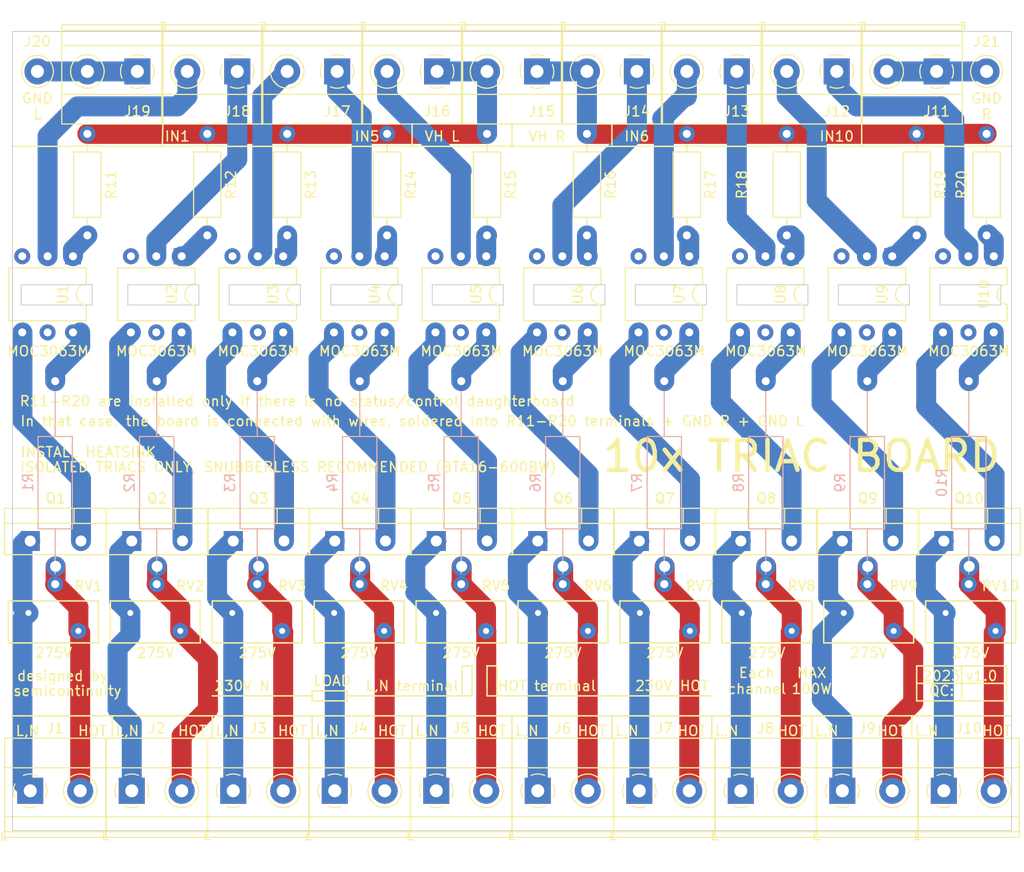
<source format=kicad_pcb>
(kicad_pcb (version 20211014) (generator pcbnew)
  (layers (0 "F.Cu" signal) (31 "B.Cu" signal) (34 "B.Paste" user) (35 "F.Paste" user) (36 "B.SilkS" user "B.Silkscreen") (37 "F.SilkS" user "F.Silkscreen") (38 "B.Mask" user) (39 "F.Mask" user) (44 "Edge.Cuts" user))
  (net 0 "")
  (net 1 "Net-(J1-Pad1)")
  (net 2 "Net-(J1-Pad2)")
  (net 3 "Net-(J2-Pad1)")
  (net 4 "Net-(J2-Pad2)")
  (net 5 "Net-(Q1-Pad3)")
  (net 6 "Net-(Q2-Pad3)")
  (net 7 "Net-(R1-Pad1)")
  (net 8 "Net-(R2-Pad1)")
  (net 13 "Net-(J3-Pad1)")
  (net 14 "Net-(J3-Pad2)")
  (net 15 "Net-(J4-Pad1)")
  (net 16 "Net-(J4-Pad2)")
  (net 17 "Net-(Q3-Pad3)")
  (net 18 "Net-(Q4-Pad3)")
  (net 19 "Net-(R3-Pad1)")
  (net 20 "Net-(R4-Pad1)")
  (net 25 "Net-(J5-Pad1)")
  (net 26 "Net-(J5-Pad2)")
  (net 27 "Net-(J6-Pad1)")
  (net 28 "Net-(J6-Pad2)")
  (net 29 "Net-(Q5-Pad3)")
  (net 30 "Net-(Q6-Pad3)")
  (net 31 "Net-(R5-Pad1)")
  (net 32 "Net-(R6-Pad1)")
  (net 37 "Net-(J7-Pad1)")
  (net 38 "Net-(J7-Pad2)")
  (net 39 "Net-(J8-Pad1)")
  (net 40 "Net-(J8-Pad2)")
  (net 41 "Net-(Q7-Pad3)")
  (net 42 "Net-(Q8-Pad3)")
  (net 43 "Net-(R7-Pad1)")
  (net 44 "Net-(R8-Pad1)")
  (net 49 "Net-(J9-Pad1)")
  (net 50 "Net-(J9-Pad2)")
  (net 51 "Net-(J10-Pad1)")
  (net 52 "Net-(J10-Pad2)")
  (net 53 "Net-(Q9-Pad3)")
  (net 54 "Net-(Q10-Pad3)")
  (net 55 "Net-(R9-Pad1)")
  (net 56 "Net-(R10-Pad1)")
  (net 61 "Net-(R11-Pad2)")
  (net 62 "Net-(R15-Pad2)")
  (net 63 "Net-(R12-Pad2)")
  (net 64 "Net-(R13-Pad2)")
  (net 65 "Net-(R14-Pad2)")
  (net 66 "Net-(R16-Pad2)")
  (net 67 "Net-(R17-Pad2)")
  (net 68 "Net-(R20-Pad2)")
  (net 69 "Net-(R18-Pad2)")
  (net 70 "Net-(R19-Pad2)")
  (net 71 "/IN2")
  (net 72 "/IN1")
  (net 73 "/VH_L")
  (net 74 "/VH_R")
  (net 75 "/GND_R")
  (net 76 "/IN10")
  (net 77 "/IN9")
  (net 78 "/IN8")
  (net 79 "/IN7")
  (net 80 "/IN6")
  (net 81 "/IN5")
  (net 82 "/IN4")
  (net 83 "/IN3")
  (net 84 "/GND_L")
  (footprint "TerminalBlock_Phoenix:TerminalBlock_Phoenix_MKDS-1,5-2_1x02_P5.00mm_Horizontal" (layer "F.Cu") (at 161.94 136)
    (fp_text reference "J2")
    (fp_text value "Screw_Terminal_01x02" hide)
  )
  (footprint "triac-board:TO-220-3_Vertical_Staggered" (layer "F.Cu") (at 212.74 111)
    (fp_text reference "Q7")
    (fp_text value "BTA16-600BW" hide)
  )
  (footprint "triac-board:TO-220-3_Vertical_Staggered" (layer "F.Cu") (at 161.94 111)
    (fp_text reference "Q2")
    (fp_text value "BTA16-600BW" hide)
  )
  (footprint "Resistor_THT:R_Axial_DIN0207_L6.3mm_D2.5mm_P10.16mm_Horizontal" (layer "F.Cu") (at 227.5 70.25 -90)
    (fp_text reference "R18")
    (fp_text value "1k2")
  )
  (footprint "Varistor:RV_Disc_D9mm_W4.2mm_P5mm" (layer "F.Cu") (at 166.8 120 180)
    (fp_text reference "RV2")
    (fp_text value "275V")
  )
  (footprint "Resistor_THT:R_Axial_DIN0207_L6.3mm_D2.5mm_P10.16mm_Horizontal" (layer "F.Cu") (at 247.5 70.25 -90)
    (fp_text reference "R20")
    (fp_text value "1k2")
  )
  (footprint "Package_DIP:DIP-6_W7.62mm" (layer "F.Cu") (at 207.58 82.5 -90)
    (fp_text reference "U6")
    (fp_text value "MOC3063M")
  )
  (footprint "Resistor_THT:R_Axial_DIN0207_L6.3mm_D2.5mm_P10.16mm_Horizontal" (layer "F.Cu") (at 217.5 70.25 -90)
    (fp_text reference "R17")
    (fp_text value "1k2")
  )
  (footprint "Package_DIP:DIP-6_W7.62mm" (layer "F.Cu") (at 197.42 82.5 -90)
    (fp_text reference "U5")
    (fp_text value "MOC3063M")
  )
  (footprint "TerminalBlock_Phoenix:TerminalBlock_Phoenix_MKDS-1,5-2_1x02_P5.00mm_Horizontal" (layer "F.Cu") (at 182.5 64 180)
    (fp_text reference "J17")
    (fp_text value "Screw_Terminal_01x02" hide)
  )
  (footprint "Package_DIP:DIP-6_W7.62mm" (layer "F.Cu") (at 238.06 82.5 -90)
    (fp_text reference "U9")
    (fp_text value "MOC3063M")
  )
  (footprint "TerminalBlock_Phoenix:TerminalBlock_Phoenix_MKDS-1,5-2_1x02_P5.00mm_Horizontal" (layer "F.Cu") (at 172.5 64 180)
    (fp_text reference "J18")
    (fp_text value "Screw_Terminal_01x02" hide)
  )
  (footprint "Varistor:RV_Disc_D9mm_W4.2mm_P5mm" (layer "F.Cu") (at 197.4 120 180)
    (fp_text reference "RV5")
    (fp_text value "275V")
  )
  (footprint "Resistor_THT:R_Axial_DIN0207_L6.3mm_D2.5mm_P10.16mm_Horizontal" (layer "F.Cu") (at 169.5 70.25 -90)
    (fp_text reference "R12")
    (fp_text value "1k2")
  )
  (footprint "Package_DIP:DIP-6_W7.62mm" (layer "F.Cu") (at 177.1 82.5 -90)
    (fp_text reference "U3")
    (fp_text value "MOC3063M")
  )
  (footprint "Resistor_THT:R_Axial_DIN0207_L6.3mm_D2.5mm_P10.16mm_Horizontal" (layer "F.Cu") (at 177.5 70.25 -90)
    (fp_text reference "R13")
    (fp_text value "1k2")
  )
  (footprint "Resistor_THT:R_Axial_DIN0207_L6.3mm_D2.5mm_P10.16mm_Horizontal" (layer "F.Cu") (at 240.5 70.25 -90)
    (fp_text reference "R19")
    (fp_text value "1k2")
  )
  (footprint "Resistor_THT:R_Axial_DIN0207_L6.3mm_D2.5mm_P10.16mm_Horizontal" (layer "F.Cu") (at 187.5 70.25 -90)
    (fp_text reference "R14")
    (fp_text value "1k2")
  )
  (footprint "Package_DIP:DIP-6_W7.62mm" (layer "F.Cu") (at 227.9 82.5 -90)
    (fp_text reference "U8")
    (fp_text value "MOC3063M")
  )
  (footprint "Resistor_THT:R_Axial_DIN0207_L6.3mm_D2.5mm_P10.16mm_Horizontal" (layer "F.Cu") (at 157.5 70.25 -90)
    (fp_text reference "R11")
    (fp_text value "1k2")
  )
  (footprint "TerminalBlock_Phoenix:TerminalBlock_Phoenix_MKDS-1,5-2_1x02_P5.00mm_Horizontal" (layer "F.Cu") (at 212.74 136)
    (fp_text reference "J7")
    (fp_text value "Screw_Terminal_01x02" hide)
  )
  (footprint "TerminalBlock_Phoenix:TerminalBlock_Phoenix_MKDS-1,5-2_1x02_P5.00mm_Horizontal" (layer "F.Cu") (at 212.5 64 180)
    (fp_text reference "J14")
    (fp_text value "Screw_Terminal_01x02" hide)
  )
  (footprint "TerminalBlock_Phoenix:TerminalBlock_Phoenix_MKDS-1,5-2_1x02_P5.00mm_Horizontal" (layer "F.Cu") (at 243.22 136)
    (fp_text reference "J10")
    (fp_text value "Screw_Terminal_01x02" hide)
  )
  (footprint "TerminalBlock_Phoenix:TerminalBlock_Phoenix_MKDS-1,5-2_1x02_P5.00mm_Horizontal" (layer "F.Cu") (at 151.78 136)
    (fp_text reference "J1")
    (fp_text value "Screw_Terminal_01x02" hide)
  )
  (footprint "TerminalBlock_Phoenix:TerminalBlock_Phoenix_MKDS-1,5-2_1x02_P5.00mm_Horizontal" (layer "F.Cu") (at 192.5 64 180)
    (fp_text reference "J16")
    (fp_text value "Screw_Terminal_01x02" hide)
  )
  (footprint "triac-board:TO-220-3_Vertical_Staggered" (layer "F.Cu") (at 182.26 111)
    (fp_text reference "Q4")
    (fp_text value "BTA16-600BW" hide)
  )
  (footprint "Varistor:RV_Disc_D9mm_W4.2mm_P5mm" (layer "F.Cu") (at 228 120 180)
    (fp_text reference "RV8")
    (fp_text value "275V")
  )
  (footprint "Resistor_THT:R_Axial_DIN0207_L6.3mm_D2.5mm_P10.16mm_Horizontal" (layer "F.Cu") (at 207.5 70.25 -90)
    (fp_text reference "R16")
    (fp_text value "1k2")
  )
  (footprint "MountingHole:MountingHole_3.2mm_M3" (layer "F.Cu") (at 235.75 75)
    (fp_text reference "H4" hide)
    (fp_text value "MountingHole" hide)
  )
  (footprint "TerminalBlock_Phoenix:TerminalBlock_Phoenix_MKDS-1,5-2_1x02_P5.00mm_Horizontal" (layer "F.Cu") (at 242.5 64 180)
    (fp_text reference "J11")
    (fp_text value "Screw_Terminal_01x02" hide)
  )
  (footprint "TerminalBlock_Phoenix:TerminalBlock_Phoenix_MKDS-1,5-2_1x02_P5.00mm_Horizontal" (layer "F.Cu") (at 233.06 136)
    (fp_text reference "J9")
    (fp_text value "Screw_Terminal_01x02" hide)
  )
  (footprint "triac-board:TO-220-3_Vertical_Staggered" (layer "F.Cu") (at 233.06 111)
    (fp_text reference "Q9")
    (fp_text value "BTA16-600BW" hide)
  )
  (footprint "triac-board:TO-220-3_Vertical_Staggered" (layer "F.Cu") (at 222.9 111)
    (fp_text reference "Q8")
    (fp_text value "BTA16-600BW" hide)
  )
  (footprint "Resistor_THT:R_Axial_DIN0207_L6.3mm_D2.5mm_P10.16mm_Horizontal" (layer "F.Cu") (at 197.5 70.25 -90)
    (fp_text reference "R15")
    (fp_text value "1k2")
  )
  (footprint "Varistor:RV_Disc_D9mm_W4.2mm_P5mm" (layer "F.Cu") (at 248.4 120 180)
    (fp_text reference "RV10")
    (fp_text value "275V")
  )
  (footprint "Package_DIP:DIP-6_W7.62mm" (layer "F.Cu") (at 187.26 82.5 -90)
    (fp_text reference "U4")
    (fp_text value "MOC3063M")
  )
  (footprint "triac-board:TO-220-3_Vertical_Staggered" (layer "F.Cu") (at 192.42 111)
    (fp_text reference "Q5")
    (fp_text value "BTA16-600BW" hide)
  )
  (footprint "TerminalBlock_Phoenix:TerminalBlock_Phoenix_MKDS-1,5-2_1x02_P5.00mm_Horizontal" (layer "F.Cu") (at 162.5 64 180)
    (fp_text reference "J19")
    (fp_text value "Screw_Terminal_01x02" hide)
  )
  (footprint "Connector_Pin:Pin_D1.3mm_L11.0mm" (layer "F.Cu") (at 247.5 64)
    (fp_text reference "J21")
    (fp_text value "Conn_01x01_Male" hide)
  )
  (footprint "Package_DIP:DIP-6_W7.62mm" (layer "F.Cu") (at 248.22 82.5 -90)
    (fp_text reference "U10")
    (fp_text value "MOC3063M")
  )
  (footprint "MountingHole:MountingHole_3.2mm_M3" (layer "F.Cu") (at 235.75 125)
    (fp_text reference "H2" hide)
    (fp_text value "MountingHole" hide)
  )
  (footprint "Varistor:RV_Disc_D9mm_W4.2mm_P5mm" (layer "F.Cu") (at 187.2 120 180)
    (fp_text reference "RV4")
    (fp_text value "275V")
  )
  (footprint "triac-board:TO-220-3_Vertical_Staggered" (layer "F.Cu") (at 151.78 111)
    (fp_text reference "Q1")
    (fp_text value "BTA16-600BW" hide)
  )
  (footprint "Package_DIP:DIP-6_W7.62mm" (layer "F.Cu") (at 156.06 82.5 -90)
    (fp_text reference "U1")
    (fp_text value "MOC3063M")
  )
  (footprint "TerminalBlock_Phoenix:TerminalBlock_Phoenix_MKDS-1,5-2_1x02_P5.00mm_Horizontal" (layer "F.Cu") (at 192.42 136)
    (fp_text reference "J5")
    (fp_text value "Screw_Terminal_01x02" hide)
  )
  (footprint "Connector_Pin:Pin_D1.3mm_L11.0mm" (layer "F.Cu") (at 152.5 64)
    (fp_text reference "J20")
    (fp_text value "Conn_01x01_Male" hide)
  )
  (footprint "Package_DIP:DIP-6_W7.62mm" (layer "F.Cu") (at 217.74 82.5 -90)
    (fp_text reference "U7")
    (fp_text value "MOC3063M")
  )
  (footprint "Varistor:RV_Disc_D9mm_W4.2mm_P5mm" (layer "F.Cu") (at 156.6 120 180)
    (fp_text reference "RV1")
    (fp_text value "275V")
  )
  (footprint "TerminalBlock_Phoenix:TerminalBlock_Phoenix_MKDS-1,5-2_1x02_P5.00mm_Horizontal" (layer "F.Cu") (at 202.58 136)
    (fp_text reference "J6")
    (fp_text value "Screw_Terminal_01x02" hide)
  )
  (footprint "TerminalBlock_Phoenix:TerminalBlock_Phoenix_MKDS-1,5-2_1x02_P5.00mm_Horizontal" (layer "F.Cu") (at 182.26 136)
    (fp_text reference "J4")
    (fp_text value "Screw_Terminal_01x02" hide)
  )
  (footprint "MountingHole:MountingHole_3.2mm_M3" (layer "F.Cu") (at 164.25 125)
    (fp_text reference "H1" hide)
    (fp_text value "MountingHole" hide)
  )
  (footprint "TerminalBlock_Phoenix:TerminalBlock_Phoenix_MKDS-1,5-2_1x02_P5.00mm_Horizontal" (layer "F.Cu") (at 172.1 136)
    (fp_text reference "J3")
    (fp_text value "Screw_Terminal_01x02" hide)
  )
  (footprint "Package_DIP:DIP-6_W7.62mm" (layer "F.Cu") (at 166.94 82.5 -90)
    (fp_text reference "U2")
    (fp_text value "MOC3063M")
  )
  (footprint "Varistor:RV_Disc_D9mm_W4.2mm_P5mm" (layer "F.Cu") (at 177 120 180)
    (fp_text reference "RV3")
    (fp_text value "275V")
  )
  (footprint "Varistor:RV_Disc_D9mm_W4.2mm_P5mm" (layer "F.Cu") (at 207.6 120 180)
    (fp_text reference "RV6")
    (fp_text value "275V")
  )
  (footprint "triac-board:TO-220-3_Vertical_Staggered" (layer "F.Cu") (at 172.1 111)
    (fp_text reference "Q3")
    (fp_text value "BTA16-600BW" hide)
  )
  (footprint "TerminalBlock_Phoenix:TerminalBlock_Phoenix_MKDS-1,5-2_1x02_P5.00mm_Horizontal" (layer "F.Cu") (at 232.5 64 180)
    (fp_text reference "J12")
    (fp_text value "Screw_Terminal_01x02" hide)
  )
  (footprint "triac-board:TO-220-3_Vertical_Staggered" (layer "F.Cu") (at 243.22 111)
    (fp_text reference "Q10")
    (fp_text value "BTA16-600BW" hide)
  )
  (footprint "Varistor:RV_Disc_D9mm_W4.2mm_P5mm" (layer "F.Cu") (at 217.8 120 180)
    (fp_text reference "RV7")
    (fp_text value "275V")
  )
  (footprint "TerminalBlock_Phoenix:TerminalBlock_Phoenix_MKDS-1,5-2_1x02_P5.00mm_Horizontal" (layer "F.Cu") (at 222.5 64 180)
    (fp_text reference "J13")
    (fp_text value "Screw_Terminal_01x02" hide)
  )
  (footprint "Varistor:RV_Disc_D9mm_W4.2mm_P5mm" (layer "F.Cu") (at 238.2 120 180)
    (fp_text reference "RV9")
    (fp_text value "275V")
  )
  (footprint "TerminalBlock_Phoenix:TerminalBlock_Phoenix_MKDS-1,5-2_1x02_P5.00mm_Horizontal" (layer "F.Cu") (at 222.9 136)
    (fp_text reference "J8")
    (fp_text value "Screw_Terminal_01x02" hide)
  )
  (footprint "MountingHole:MountingHole_3.2mm_M3" (layer "F.Cu") (at 164.25 75)
    (fp_text reference "H3" hide)
    (fp_text value "MountingHole" hide)
  )
  (footprint "TerminalBlock_Phoenix:TerminalBlock_Phoenix_MKDS-1,5-2_1x02_P5.00mm_Horizontal" (layer "F.Cu") (at 202.5 64 180)
    (fp_text reference "J15")
    (fp_text value "Screw_Terminal_01x02" hide)
  )
  (footprint "triac-board:TO-220-3_Vertical_Staggered" (layer "F.Cu") (at 202.58 111)
    (fp_text reference "Q6")
    (fp_text value "BTA16-600BW" hide)
  )
  (footprint "Resistor_THT:R_Axial_DIN0309_L9.0mm_D3.2mm_P20.32mm_Horizontal" (layer "B.Cu") (at 245.72 95 -90)
    (fp_text reference "R10")
    (fp_text value "360 0.5W")
  )
  (footprint "Resistor_THT:R_Axial_DIN0309_L9.0mm_D3.2mm_P20.32mm_Horizontal" (layer "B.Cu") (at 194.92 95 -90)
    (fp_text reference "R5")
    (fp_text value "360 0.5W")
  )
  (footprint "Resistor_THT:R_Axial_DIN0309_L9.0mm_D3.2mm_P20.32mm_Horizontal" (layer "B.Cu") (at 174.5 95 -90)
    (fp_text reference "R3")
    (fp_text value "360 0.5W")
  )
  (footprint "Resistor_THT:R_Axial_DIN0309_L9.0mm_D3.2mm_P20.32mm_Horizontal" (layer "B.Cu") (at 164.44 95 -90)
    (fp_text reference "R2")
    (fp_text value "360 0.5W")
  )
  (footprint "Resistor_THT:R_Axial_DIN0309_L9.0mm_D3.2mm_P20.32mm_Horizontal" (layer "B.Cu") (at 215.24 95 -90)
    (fp_text reference "R7")
    (fp_text value "360 0.5W")
  )
  (footprint "Resistor_THT:R_Axial_DIN0309_L9.0mm_D3.2mm_P20.32mm_Horizontal" (layer "B.Cu") (at 154.28 95 -90)
    (fp_text reference "R1")
    (fp_text value "360 0.5W")
  )
  (footprint "Resistor_THT:R_Axial_DIN0309_L9.0mm_D3.2mm_P20.32mm_Horizontal" (layer "B.Cu") (at 205.08 95 -90)
    (fp_text reference "R6")
    (fp_text value "360 0.5W")
  )
  (footprint "Resistor_THT:R_Axial_DIN0309_L9.0mm_D3.2mm_P20.32mm_Horizontal" (layer "B.Cu") (at 225.4 95 -90)
    (fp_text reference "R8")
    (fp_text value "360 0.5W")
  )
  (footprint "Resistor_THT:R_Axial_DIN0309_L9.0mm_D3.2mm_P20.32mm_Horizontal" (layer "B.Cu") (at 235.56 95 -90)
    (fp_text reference "R9")
    (fp_text value "360 0.5W")
  )
  (footprint "Resistor_THT:R_Axial_DIN0309_L9.0mm_D3.2mm_P20.32mm_Horizontal" (layer "B.Cu") (at 184.76 95 -90)
    (fp_text reference "R4")
    (fp_text value "360 0.5W")
  )
  (gr_line (start 230 128.5) (end 230 130.7) (layer "F.SilkS") (width 0.15))
  (gr_line (start 197.5 123.5) (end 197.5 126.5) (layer "F.SilkS") (width 0.15))
  (gr_line (start 183.5 126.5) (end 195 126.5) (layer "F.SilkS") (width 0.15))
  (gr_line (start 240.5 125.25) (end 249.5 125.25) (layer "F.SilkS") (width 0.15))
  (gr_line (start 180 126) (end 180 127) (layer "F.SilkS") (width 0.15))
  (gr_line (start 195 126.5) (end 196 126.5) (layer "F.SilkS") (width 0.15))
  (gr_line (start 183.5 126) (end 180 126) (layer "F.SilkS") (width 0.15))
  (gr_line (start 170 128.5) (end 170 130.7) (layer "F.SilkS") (width 0.15))
  (gr_line (start 210 69.261) (end 210 71.5) (layer "F.SilkS") (width 0.15))
  (gr_line (start 198.5 123.5) (end 198.5 125.5) (layer "F.SilkS") (width 0.15))
  (gr_line (start 240 128.5) (end 240 130.7) (layer "F.SilkS") (width 0.15))
  (gr_line (start 197.5 126.5) (end 198.5 126.5) (layer "F.SilkS") (width 0.15))
  (gr_line (start 170 126.5) (end 180 126.5) (layer "F.SilkS") (width 0.15))
  (gr_line (start 190 71.5) (end 250 71.5) (layer "F.SilkS") (width 0.15))
  (gr_line (start 190 71.5) (end 190 69.261) (layer "F.SilkS") (width 0.15))
  (gr_line (start 165.06 69.261) (end 165 71.5) (layer "F.SilkS") (width 0.15))
  (gr_line (start 197.5 123.5) (end 198.5 123.5) (layer "F.SilkS") (width 0.15))
  (gr_line (start 196 123.5) (end 195 123.5) (layer "F.SilkS") (width 0.15))
  (gr_line (start 195 126.5) (end 195 125.5) (layer "F.SilkS") (width 0.15))
  (gr_line (start 198.5 126.5) (end 210 126.5) (layer "F.SilkS") (width 0.15))
  (gr_line (start 210 128.5) (end 210 130.7) (layer "F.SilkS") (width 0.15))
  (gr_line (start 249.5 127) (end 240.5 127) (layer "F.SilkS") (width 0.15))
  (gr_line (start 190 128.5) (end 190 130.7) (layer "F.SilkS") (width 0.15))
  (gr_line (start 196 126.5) (end 196 123.5) (layer "F.SilkS") (width 0.15))
  (gr_line (start 180 127) (end 183.5 127) (layer "F.SilkS") (width 0.15))
  (gr_line (start 200 128.5) (end 200 131) (layer "F.SilkS") (width 0.15))
  (gr_line (start 210 126.5) (end 220 126.5) (layer "F.SilkS") (width 0.15))
  (gr_line (start 165 71.5) (end 190 71.5) (layer "F.SilkS") (width 0.15))
  (gr_line (start 250 128.5) (end 150 128.5) (layer "F.SilkS") (width 0.15))
  (gr_line (start 183.5 127) (end 183.5 126) (layer "F.SilkS") (width 0.15))
  (gr_line (start 220 128.5) (end 220 130.7) (layer "F.SilkS") (width 0.15))
  (gr_line (start 240.5 123.5) (end 240.5 127) (layer "F.SilkS") (width 0.15))
  (gr_line (start 195 123.5) (end 195 125.5) (layer "F.SilkS") (width 0.15))
  (gr_line (start 245 123.5) (end 245 127) (layer "F.SilkS") (width 0.15))
  (gr_line (start 249.5 123.5) (end 249.5 127) (layer "F.SilkS") (width 0.15))
  (gr_line (start 165 71.5) (end 150 71.5) (layer "F.SilkS") (width 0.15))
  (gr_line (start 180 128.5) (end 180 130.7) (layer "F.SilkS") (width 0.15))
  (gr_line (start 200 69.261) (end 200 71.5) (layer "F.SilkS") (width 0.15))
  (gr_line (start 198.5 125.5) (end 198.5 126.5) (layer "F.SilkS") (width 0.15))
  (gr_line (start 160 128.5) (end 160 130.7) (layer "F.SilkS") (width 0.15))
  (gr_line (start 240.5 123.5) (end 249.5 123.5) (layer "F.SilkS") (width 0.15))
  (gr_line (start 235 71.5) (end 235 69.261) (layer "F.SilkS") (width 0.15))
  (gr_line (start 178.816 85.344) (end 171.704 85.344) (layer "Edge.Cuts") (width 0.1))
  (gr_line (start 222.504 85.344) (end 222.504 87.376) (layer "Edge.Cuts") (width 0.1))
  (gr_line (start 171.704 85.344) (end 171.704 87.376) (layer "Edge.Cuts") (width 0.1))
  (gr_line (start 157.988 85.344) (end 150.876 85.344) (layer "Edge.Cuts") (width 0.1))
  (gr_line (start 168.656 87.376) (end 168.656 85.344) (layer "Edge.Cuts") (width 0.1))
  (gr_line (start 181.864 87.376) (end 188.976 87.376) (layer "Edge.Cuts") (width 0.1))
  (gr_line (start 248.92 85.344) (end 242.824 85.344) (layer "Edge.Cuts") (width 0.1))
  (gr_line (start 192.024 85.344) (end 192.024 87.376) (layer "Edge.Cuts") (width 0.1))
  (gr_line (start 219.456 85.344) (end 212.344 85.344) (layer "Edge.Cuts") (width 0.1))
  (gr_line (start 248.92 87.376) (end 248.92 85.344) (layer "Edge.Cuts") (width 0.1))
  (gr_line (start 199.136 85.344) (end 192.024 85.344) (layer "Edge.Cuts") (width 0.1))
  (gr_line (start 239.776 87.376) (end 239.776 85.344) (layer "Edge.Cuts") (width 0.1))
  (gr_line (start 150 140) (end 150 60) (layer "Edge.Cuts") (width 0.1))
  (gr_line (start 209.296 85.344) (end 209.296 87.376) (layer "Edge.Cuts") (width 0.1))
  (gr_line (start 178.816 87.376) (end 178.816 85.344) (layer "Edge.Cuts") (width 0.1))
  (gr_line (start 250 140) (end 250 60) (layer "Edge.Cuts") (width 0.1))
  (gr_line (start 192.024 87.376) (end 199.136 87.376) (layer "Edge.Cuts") (width 0.1))
  (gr_line (start 242.824 85.344) (end 242.824 87.376) (layer "Edge.Cuts") (width 0.1))
  (gr_line (start 181.864 85.344) (end 181.864 87.376) (layer "Edge.Cuts") (width 0.1))
  (gr_line (start 150 60) (end 250 60) (layer "Edge.Cuts") (width 0.1))
  (gr_line (start 150.876 85.344) (end 150.876 87.376) (layer "Edge.Cuts") (width 0.1))
  (gr_line (start 239.776 85.344) (end 232.664 85.344) (layer "Edge.Cuts") (width 0.1))
  (gr_line (start 232.664 87.376) (end 239.776 87.376) (layer "Edge.Cuts") (width 0.1))
  (gr_line (start 212.344 85.344) (end 212.344 87.376) (layer "Edge.Cuts") (width 0.1))
  (gr_line (start 161.544 85.344) (end 161.544 87.376) (layer "Edge.Cuts") (width 0.1))
  (gr_line (start 188.976 87.376) (end 188.976 85.344) (layer "Edge.Cuts") (width 0.1))
  (gr_line (start 209.296 87.376) (end 202.184 87.376) (layer "Edge.Cuts") (width 0.1))
  (gr_line (start 222.504 87.376) (end 229.616 87.376) (layer "Edge.Cuts") (width 0.1))
  (gr_line (start 232.664 85.344) (end 232.664 87.376) (layer "Edge.Cuts") (width 0.1))
  (gr_line (start 150.876 87.376) (end 157.988 87.376) (layer "Edge.Cuts") (width 0.1))
  (gr_line (start 171.704 87.376) (end 178.816 87.376) (layer "Edge.Cuts") (width 0.1))
  (gr_line (start 202.184 87.376) (end 202.184 85.344) (layer "Edge.Cuts") (width 0.1))
  (gr_line (start 229.616 87.376) (end 229.616 85.344) (layer "Edge.Cuts") (width 0.1))
  (gr_line (start 202.184 85.344) (end 209.296 85.344) (layer "Edge.Cuts") (width 0.1))
  (gr_line (start 199.136 87.376) (end 199.136 85.344) (layer "Edge.Cuts") (width 0.1))
  (gr_line (start 157.988 87.376) (end 157.988 85.344) (layer "Edge.Cuts") (width 0.1))
  (gr_line (start 219.456 87.376) (end 219.456 85.344) (layer "Edge.Cuts") (width 0.1))
  (gr_line (start 242.824 87.376) (end 248.92 87.376) (layer "Edge.Cuts") (width 0.1))
  (gr_line (start 212.344 87.376) (end 219.456 87.376) (layer "Edge.Cuts") (width 0.1))
  (gr_line (start 150 140) (end 250 140) (layer "Edge.Cuts") (width 0.1))
  (gr_line (start 229.616 85.344) (end 222.504 85.344) (layer "Edge.Cuts") (width 0.1))
  (gr_line (start 168.656 85.344) (end 161.544 85.344) (layer "Edge.Cuts") (width 0.1))
  (gr_line (start 161.544 87.376) (end 168.656 87.376) (layer "Edge.Cuts") (width 0.1))
  (gr_line (start 188.976 85.344) (end 181.864 85.344) (layer "Edge.Cuts") (width 0.1))
  (gr_text "L,N" (at 151.5 130) (layer "F.SilkS") (effects (font (size 1 1))))
  (gr_text "IN1" (at 166.5 70.5) (layer "F.SilkS") (effects (font (size 1 1))))
  (gr_text "L,N" (at 241.5 130) (layer "F.SilkS") (effects (font (size 1 1))))
  (gr_text "ISOLATED TRIACS ONLY, SNUBBERLESS RECOMMENDED (BTA16-600BW)" (at 177.6 103.6) (layer "F.SilkS") (effects (font (size 1 1))))
  (gr_text "HOT" (at 198 130) (layer "F.SilkS") (effects (font (size 1 1))))
  (gr_text "IN6" (at 212.5 70.5) (layer "F.SilkS") (effects (font (size 1 1))))
  (gr_text "HOT" (at 158 130) (layer "F.SilkS") (effects (font (size 1 1))))
  (gr_text "L,N" (at 221.5 130) (layer "F.SilkS") (effects (font (size 1 1))))
  (gr_text "IN5" (at 185.5 70.5) (layer "F.SilkS") (effects (font (size 1 1))))
  (gr_text "2023" (at 243 124.5) (layer "F.SilkS") (effects (font (size 1 1))))
  (gr_text "HOT" (at 248.5 130) (layer "F.SilkS") (effects (font (size 1 1))))
  (gr_text "INSTALL HEATSINK" (at 157.6 102.1) (layer "F.SilkS") (effects (font (size 1 1))))
  (gr_text "GND\nL" (at 152.5 67.5) (layer "F.SilkS") (effects (font (size 1 1))))
  (gr_text "HOT" (at 218 130) (layer "F.SilkS") (effects (font (size 1 1))))
  (gr_text "IN10" (at 232.5 70.5) (layer "F.SilkS") (effects (font (size 1 1))))
  (gr_text "semicontinuity" (at 155.5 126) (layer "F.SilkS") (effects (font (size 1 1))))
  (gr_text "230V HOT" (at 216 125.5) (layer "F.SilkS") (effects (font (size 1 1))))
  (gr_text "L,N terminal" (at 190 125.5) (layer "F.SilkS") (effects (font (size 1 1))))
  (gr_text "L,N" (at 161.5 130) (layer "F.SilkS") (effects (font (size 1 1))))
  (gr_text "L,N" (at 231.5 130) (layer "F.SilkS") (effects (font (size 1 1))))
  (gr_text "VH L" (at 193 70.5) (layer "F.SilkS") (effects (font (size 1 1))))
  (gr_text "HOT" (at 188 130) (layer "F.SilkS") (effects (font (size 1 1))))
  (gr_text "L,N" (at 171.5 130) (layer "F.SilkS") (effects (font (size 1 1))))
  (gr_text "10x TRIAC BOARD" (at 229 102.5) (layer "F.SilkS") (effects (font (size 3 3) (thickness 0.45))))
  (gr_text "designed by" (at 155 124.5) (layer "F.SilkS") (effects (font (size 1 1))))
  (gr_text "VH R" (at 203.5 70.5) (layer "F.SilkS") (effects (font (size 1 1))))
  (gr_text "LOAD" (at 182 125) (layer "F.SilkS") (effects (font (size 1 1))))
  (gr_text "HOT" (at 208 130) (layer "F.SilkS") (effects (font (size 1 1))))
  (gr_text "Each\nchannel" (at 224.5 125) (layer "F.SilkS") (effects (font (size 1 1))))
  (gr_text "HOT" (at 178 130) (layer "F.SilkS") (effects (font (size 1 1))))
  (gr_text "L,N" (at 181.5 130) (layer "F.SilkS") (effects (font (size 1 1))))
  (gr_text "HOT" (at 228 130) (layer "F.SilkS") (effects (font (size 1 1))))
  (gr_text "L,N" (at 191.5 130) (layer "F.SilkS") (effects (font (size 1 1))))
  (gr_text "R11-R20 are installed only if there is no status/control daughterboard" (at 178.5 97) (layer "F.SilkS") (effects (font (size 1 1))))
  (gr_text "HOT" (at 238 130) (layer "F.SilkS") (effects (font (size 1 1))))
  (gr_text "230V N" (at 173 125.5) (layer "F.SilkS") (effects (font (size 1 1))))
  (gr_text "v1.0" (at 247 124.5) (layer "F.SilkS") (effects (font (size 1 1))))
  (gr_text "MAX\n100W" (at 230 125) (layer "F.SilkS") (effects (font (size 1 1))))
  (gr_text "L,N" (at 201.5 130) (layer "F.SilkS") (effects (font (size 1 1))))
  (gr_text "HOT" (at 168 130) (layer "F.SilkS") (effects (font (size 1 1))))
  (gr_text "HOT terminal" (at 203.5 125.5) (layer "F.SilkS") (effects (font (size 1 1))))
  (gr_text "L,N" (at 211.5 130) (layer "F.SilkS") (effects (font (size 1 1))))
  (gr_text "GND\nR" (at 247.5 67.5) (layer "F.SilkS") (effects (font (size 1 1))))
  (gr_text "QC:" (at 243 126) (layer "F.SilkS") (effects (font (size 1 1))))
  (gr_text "In that case, the board is connected with wires, soldered into R11-R20 terminals + GND R + GND L" (at 190 99) (layer "F.SilkS") (effects (font (size 1 1))))
  (segment (start 151 135.22) (end 151 118.8) (width 2) (layer "B.Cu") (net 1))
  (segment (start 151.78 136) (end 151 135.22) (width 2) (layer "B.Cu") (net 1))
  (segment (start 151 117.602) (end 151.598 118.2) (width 2) (layer "B.Cu") (net 1))
  (segment (start 151 111.3312) (end 151 117.602) (width 2) (layer "B.Cu") (net 1))
  (segment (start 151.78 111) (end 151.3312 111) (width 2) (layer "B.Cu") (net 1))
  (segment (start 151.3312 111) (end 151 111.3312) (width 2) (layer "B.Cu") (net 1))
  (segment (start 151.6 118.2) (end 151 117.6) (width 2) (layer "B.Cu") (net 1))
  (segment (start 151 118.8) (end 151.6 118.2) (width 2) (layer "B.Cu") (net 1))
  (segment (start 151.598 118.2) (end 151.6 118.2) (width 2) (layer "B.Cu") (net 1))
  (segment (start 156.6 120) (end 156.6 117.64) (width 2) (layer "F.Cu") (net 2))
  (segment (start 156.6 117.64) (end 154.28 115.32) (width 2) (layer "F.Cu") (net 2))
  (segment (start 156.78 120.18) (end 156.6 120) (width 2) (layer "F.Cu") (net 2))
  (segment (start 156.78 136) (end 156.78 120.18) (width 2) (layer "F.Cu") (net 2))
  (segment (start 154.32 113.54) (end 154.32 115.28) (width 2) (layer "F.Cu") (net 2))
  (segment (start 154.32 115.28) (end 154.28 115.32) (width 2) (layer "F.Cu") (net 2))
  (segment (start 161.796 111) (end 160.6804 112.1156) (width 2) (layer "B.Cu") (net 3))
  (segment (start 161.94 136) (end 161.94 129.2502) (width 2) (layer "B.Cu") (net 3))
  (segment (start 161.94 111) (end 161.796 111) (width 2) (layer "B.Cu") (net 3))
  (segment (start 161.8 120.4448) (end 161.8 118.2) (width 2) (layer "B.Cu") (net 3))
  (segment (start 160.528 121.7168) (end 161.8 120.4448) (width 2) (layer "B.Cu") (net 3))
  (segment (start 160.6804 117.0804) (end 161.8 118.2) (width 2) (layer "B.Cu") (net 3))
  (segment (start 160.6804 112.1156) (end 160.6804 117.0804) (width 2) (layer "B.Cu") (net 3))
  (segment (start 160.528 127.8382) (end 160.528 121.7168) (width 2) (layer "B.Cu") (net 3))
  (segment (start 161.94 129.2502) (end 160.528 127.8382) (width 2) (layer "B.Cu") (net 3))
  (segment (start 169.5704 122.7704) (end 166.8 120) (width 2) (layer "F.Cu") (net 4))
  (segment (start 166.94 130.494) (end 169.5704 127.8636) (width 2) (layer "F.Cu") (net 4))
  (segment (start 166.94 136) (end 166.94 130.494) (width 2) (layer "F.Cu") (net 4))
  (segment (start 166.8 120) (end 166.8 117.68) (width 2) (layer "F.Cu") (net 4))
  (segment (start 166.8 117.68) (end 164.44 115.32) (width 2) (layer "F.Cu") (net 4))
  (segment (start 164.48 113.54) (end 164.48 115.28) (width 2) (layer "F.Cu") (net 4))
  (segment (start 169.5704 127.8636) (end 169.5704 122.7704) (width 2) (layer "F.Cu") (net 4))
  (segment (start 164.48 115.28) (end 164.44 115.32) (width 2) (layer "F.Cu") (net 4))
  (segment (start 156.86 111) (end 156.86 104.793) (width 2) (layer "B.Cu") (net 5))
  (segment (start 156.86 104.793) (end 151 98.933) (width 2) (layer "B.Cu") (net 5))
  (segment (start 151 98.933) (end 151 90.12) (width 2) (layer "B.Cu") (net 5))
  (segment (start 160.6804 91.2996) (end 161.86 90.12) (width 2) (layer "B.Cu") (net 6))
  (segment (start 160.6804 97.7646) (end 160.6804 91.2996) (width 2) (layer "B.Cu") (net 6))
  (segment (start 167.02 104.1042) (end 160.6804 97.7646) (width 2) (layer "B.Cu") (net 6))
  (segment (start 167.02 111) (end 167.02 104.1042) (width 2) (layer "B.Cu") (net 6))
  (segment (start 156.78 90.12) (end 156.78 91.5) (width 2) (layer "B.Cu") (net 7))
  (segment (start 154.28 94) (end 154.28 95) (width 2) (layer "B.Cu") (net 7))
  (segment (start 156.78 91.5) (end 154.28 94) (width 2) (layer "B.Cu") (net 7))
  (segment (start 164.44 94) (end 164.44 95) (width 2) (layer "B.Cu") (net 8))
  (segment (start 166.94 90.12) (end 166.94 91.5) (width 2) (layer "B.Cu") (net 8))
  (segment (start 166.94 91.5) (end 164.44 94) (width 2) (layer "B.Cu") (net 8))
  (segment (start 172.0068 111) (end 170.4848 112.522) (width 2) (layer "B.Cu") (net 13))
  (segment (start 170.4848 112.522) (end 170.4848 116.6848) (width 2) (layer "B.Cu") (net 13))
  (segment (start 172.1 136) (end 172.1 118.3) (width 2) (layer "B.Cu") (net 13))
  (segment (start 170.4848 116.6848) (end 172 118.2) (width 2) (layer "B.Cu") (net 13))
  (segment (start 172.1 111) (end 172.0068 111) (width 2) (layer "B.Cu") (net 13))
  (segment (start 172.1 118.3) (end 172 118.2) (width 2) (layer "B.Cu") (net 13))
  (segment (start 177.1 136) (end 177.1 120.1) (width 2) (layer "F.Cu") (net 14))
  (segment (start 177.1 120.1) (end 177 120) (width 2) (layer "F.Cu") (net 14))
  (segment (start 174.64 115.18) (end 174.5 115.32) (width 2) (layer "F.Cu") (net 14))
  (segment (start 177 120) (end 177 117.82) (width 2) (layer "F.Cu") (net 14))
  (segment (start 177 117.82) (end 174.5 115.32) (width 2) (layer "F.Cu") (net 14))
  (segment (start 174.64 113.54) (end 174.64 115.18) (width 2) (layer "F.Cu") (net 14))
  (segment (start 180.2384 116.2384) (end 182.2 118.2) (width 2) (layer "B.Cu") (net 15))
  (segment (start 180.2384 112.9284) (end 180.2384 116.2384) (width 2) (layer "B.Cu") (net 15))
  (segment (start 182.1668 111) (end 180.2384 112.9284) (width 2) (layer "B.Cu") (net 15))
  (segment (start 182.26 111) (end 182.1668 111) (width 2) (layer "B.Cu") (net 15))
  (segment (start 182.26 136) (end 182.26 118.26) (width 2) (layer "B.Cu") (net 15))
  (segment (start 182.26 118.26) (end 182.2 118.2) (width 2) (layer "B.Cu") (net 15))
  (segment (start 187.26 120.06) (end 187.2 120) (width 2) (layer "F.Cu") (net 16))
  (segment (start 184.8 113.54) (end 184.8 115.28) (width 2) (layer "F.Cu") (net 16))
  (segment (start 187.2 117.76) (end 184.76 115.32) (width 2) (layer "F.Cu") (net 16))
  (segment (start 187.2 120) (end 187.2 117.76) (width 2) (layer "F.Cu") (net 16))
  (segment (start 187.26 136) (end 187.26 120.06) (width 2) (layer "F.Cu") (net 16))
  (segment (start 184.8 115.28) (end 184.76 115.32) (width 2) (layer "F.Cu") (net 16))
  (segment (start 170.3832 93.0656) (end 172.02 91.4288) (width 2) (layer "B.Cu") (net 17))
  (segment (start 172.02 91.4288) (end 172.02 90.12) (width 2) (layer "B.Cu") (net 17))
  (segment (start 177.18 111) (end 177.18 103.5454) (width 2) (layer "B.Cu") (net 17))
  (segment (start 170.3832 96.7486) (end 170.3832 93.0656) (width 2) (layer "B.Cu") (net 17))
  (segment (start 177.18 103.5454) (end 170.3832 96.7486) (width 2) (layer "B.Cu") (net 17))
  (segment (start 187.34 111) (end 187.34 102.8088) (width 2) (layer "B.Cu") (net 18))
  (segment (start 187.34 102.8088) (end 180.6448 96.1136) (width 2) (layer "B.Cu") (net 18))
  (segment (start 180.6448 96.1136) (end 180.6448 92.7608) (width 2) (layer "B.Cu") (net 18))
  (segment (start 180.6448 92.7608) (end 182.18 91.2256) (width 2) (layer "B.Cu") (net 18))
  (segment (start 182.18 91.2256) (end 182.18 90.12) (width 2) (layer "B.Cu") (net 18))
  (segment (start 177.1 91.4) (end 174.5 94) (width 2) (layer "B.Cu") (net 19))
  (segment (start 177.1 90.12) (end 177.1 91.4) (width 2) (layer "B.Cu") (net 19))
  (segment (start 174.5 94) (end 174.5 95) (width 2) (layer "B.Cu") (net 19))
  (segment (start 187.26 90.12) (end 187.26 91.5) (width 2) (layer "B.Cu") (net 20))
  (segment (start 184.76 94) (end 184.76 95) (width 2) (layer "B.Cu") (net 20))
  (segment (start 187.26 91.5) (end 184.76 94) (width 2) (layer "B.Cu") (net 20))
  (segment (start 192.42 111.0084) (end 190.3222 113.1062) (width 2) (layer "B.Cu") (net 25))
  (segment (start 190.3222 116.1222) (end 192.4 118.2) (width 2) (layer "B.Cu") (net 25))
  (segment (start 192.42 111) (end 192.42 111.0084) (width 2) (layer "B.Cu") (net 25))
  (segment (start 192.42 118.22) (end 192.4 118.2) (width 2) (layer "B.Cu") (net 25))
  (segment (start 190.3222 113.1062) (end 190.3222 116.1222) (width 2) (layer "B.Cu") (net 25))
  (segment (start 192.42 136) (end 192.42 118.22) (width 2) (layer "B.Cu") (net 25))
  (segment (start 194.96 113.54) (end 194.96 115.28) (width 2) (layer "F.Cu") (net 26))
  (segment (start 197.42 120.02) (end 197.4 120) (width 2) (layer "F.Cu") (net 26))
  (segment (start 197.42 136) (end 197.42 120.02) (width 2) (layer "F.Cu") (net 26))
  (segment (start 197.4 120) (end 197.4 117.8) (width 2) (layer "F.Cu") (net 26))
  (segment (start 194.96 115.28) (end 194.92 115.32) (width 2) (layer "F.Cu") (net 26))
  (segment (start 197.4 117.8) (end 194.92 115.32) (width 2) (layer "F.Cu") (net 26))
  (segment (start 202.4868 111) (end 200.5838 112.903) (width 2) (layer "B.Cu") (net 27))
  (segment (start 200.5838 116.1838) (end 202.6 118.2) (width 2) (layer "B.Cu") (net 27))
  (segment (start 202.58 136) (end 202.58 118.22) (width 2) (layer "B.Cu") (net 27))
  (segment (start 202.58 111) (end 202.4868 111) (width 2) (layer "B.Cu") (net 27))
  (segment (start 200.5838 112.903) (end 200.5838 116.1838) (width 2) (layer "B.Cu") (net 27))
  (segment (start 202.58 118.22) (end 202.6 118.2) (width 2) (layer "B.Cu") (net 27))
  (segment (start 205.12 113.54) (end 205.12 115.28) (width 2) (layer "F.Cu") (net 28))
  (segment (start 207.58 120.02) (end 207.6 120) (width 2) (layer "F.Cu") (net 28))
  (segment (start 205.12 115.28) (end 205.08 115.32) (width 2) (layer "F.Cu") (net 28))
  (segment (start 207.6 120) (end 207.6 117.84) (width 2) (layer "F.Cu") (net 28))
  (segment (start 207.6 117.84) (end 205.08 115.32) (width 2) (layer "F.Cu") (net 28))
  (segment (start 207.58 136) (end 207.58 120.02) (width 2) (layer "F.Cu") (net 28))
  (segment (start 190.627 93.0402) (end 192.34 91.3272) (width 2) (layer "B.Cu") (net 29))
  (segment (start 190.627 96.139) (end 190.627 93.0402) (width 2) (layer "B.Cu") (net 29))
  (segment (start 192.34 91.3272) (end 192.34 90.12) (width 2) (layer "B.Cu") (net 29))
  (segment (start 197.5 103.012) (end 190.627 96.139) (width 2) (layer "B.Cu") (net 29))
  (segment (start 197.5 111) (end 197.5 103.012) (width 2) (layer "B.Cu") (net 29))
  (segment (start 202.5 90.5144) (end 202.5 90.12) (width 2) (layer "B.Cu") (net 30))
  (segment (start 200.8632 92.1512) (end 202.5 90.5144) (width 2) (layer "B.Cu") (net 30))
  (segment (start 200.8632 97.536) (end 200.8632 92.1512) (width 2) (layer "B.Cu") (net 30))
  (segment (start 207.66 104.3328) (end 200.8632 97.536) (width 2) (layer "B.Cu") (net 30))
  (segment (start 207.66 111) (end 207.66 104.3328) (width 2) (layer "B.Cu") (net 30))
  (segment (start 197.42 90.12) (end 197.42 91.5) (width 2) (layer "B.Cu") (net 31))
  (segment (start 194.92 95) (end 194.92 94) (width 2) (layer "B.Cu") (net 31))
  (segment (start 197.42 91.5) (end 194.92 94) (width 2) (layer "B.Cu") (net 31))
  (segment (start 207.58 91.5) (end 205.08 94) (width 2) (layer "B.Cu") (net 32))
  (segment (start 207.58 90.12) (end 207.58 91.5) (width 2) (layer "B.Cu") (net 32))
  (segment (start 205.08 94) (end 205.08 95) (width 2) (layer "B.Cu") (net 32))
  (segment (start 212.74 118.26) (end 212.8 118.2) (width 2) (layer "B.Cu") (net 37))
  (segment (start 212.74 111.0084) (end 211.074 112.6744) (width 2) (layer "B.Cu") (net 37))
  (segment (start 212.74 136) (end 212.74 118.26) (width 2) (layer "B.Cu") (net 37))
  (segment (start 211.074 112.6744) (end 211.074 116.474) (width 2) (layer "B.Cu") (net 37))
  (segment (start 211.074 116.474) (end 212.8 118.2) (width 2) (layer "B.Cu") (net 37))
  (segment (start 212.74 111) (end 212.74 111.0084) (width 2) (layer "B.Cu") (net 37))
  (segment (start 217.74 120.06) (end 217.8 120) (width 2) (layer "F.Cu") (net 38))
  (segment (start 215.28 115.28) (end 215.24 115.32) (width 2) (layer "F.Cu") (net 38))
  (segment (start 217.74 136) (end 217.74 120.06) (width 2) (layer "F.Cu") (net 38))
  (segment (start 217.8 120) (end 217.8 117.88) (width 2) (layer "F.Cu") (net 38))
  (segment (start 215.28 113.54) (end 215.28 115.28) (width 2) (layer "F.Cu") (net 38))
  (segment (start 217.8 117.88) (end 215.24 115.32) (width 2) (layer "F.Cu") (net 38))
  (segment (start 222.9 111) (end 222.8576 111) (width 2) (layer "B.Cu") (net 39))
  (segment (start 222.9 118.3) (end 223 118.2) (width 2) (layer "B.Cu") (net 39))
  (segment (start 221.0816 112.776) (end 221.0816 116.2816) (width 2) (layer "B.Cu") (net 39))
  (segment (start 222.9 136) (end 222.9 118.3) (width 2) (layer "B.Cu") (net 39))
  (segment (start 222.8576 111) (end 221.0816 112.776) (width 2) (layer "B.Cu") (net 39))
  (segment (start 221.0816 116.2816) (end 223 118.2) (width 2) (layer "B.Cu") (net 39))
  (segment (start 225.44 113.54) (end 225.44 115.28) (width 2) (layer "F.Cu") (net 40))
  (segment (start 227.9 136) (end 227.9 120.1) (width 2) (layer "F.Cu") (net 40))
  (segment (start 225.44 115.28) (end 225.4 115.32) (width 2) (layer "F.Cu") (net 40))
  (segment (start 228 117.92) (end 225.4 115.32) (width 2) (layer "F.Cu") (net 40))
  (segment (start 227.9 120.1) (end 228 120) (width 2) (layer "F.Cu") (net 40))
  (segment (start 228 120) (end 228 117.92) (width 2) (layer "F.Cu") (net 40))
  (segment (start 217.82 104.8408) (end 210.7692 97.79) (width 2) (layer "B.Cu") (net 41))
  (segment (start 210.7692 93.091) (end 212.66 91.2002) (width 2) (layer "B.Cu") (net 41))
  (segment (start 210.7692 97.79) (end 210.7692 93.091) (width 2) (layer "B.Cu") (net 41))
  (segment (start 212.66 91.2002) (end 212.66 90.12) (width 2) (layer "B.Cu") (net 41))
  (segment (start 217.82 111) (end 217.82 104.8408) (width 2) (layer "B.Cu") (net 41))
  (segment (start 220.9038 97.1042) (end 220.9038 93.4466) (width 2) (layer "B.Cu") (net 42))
  (segment (start 220.9038 93.4466) (end 222.82 91.5304) (width 2) (layer "B.Cu") (net 42))
  (segment (start 222.82 91.5304) (end 222.82 90.12) (width 2) (layer "B.Cu") (net 42))
  (segment (start 227.98 104.1804) (end 220.9038 97.1042) (width 2) (layer "B.Cu") (net 42))
  (segment (start 227.98 111) (end 227.98 104.1804) (width 2) (layer "B.Cu") (net 42))
  (segment (start 217.74 91.5) (end 215.24 94) (width 2) (layer "B.Cu") (net 43))
  (segment (start 215.24 94) (end 215.24 95) (width 2) (layer "B.Cu") (net 43))
  (segment (start 217.74 90.12) (end 217.74 91.5) (width 2) (layer "B.Cu") (net 43))
  (segment (start 225.4 94) (end 225.4 95) (width 2) (layer "B.Cu") (net 44))
  (segment (start 227.9 91.5) (end 225.4 94) (width 2) (layer "B.Cu") (net 44))
  (segment (start 227.9 90.12) (end 227.9 91.5) (width 2) (layer "B.Cu") (net 44))
  (segment (start 231.648 116.648) (end 233.2 118.2) (width 2) (layer "B.Cu") (net 49))
  (segment (start 231.013 120.387) (end 233.2 118.2) (width 2) (layer "B.Cu") (net 49))
  (segment (start 233.06 111) (end 232.9668 111) (width 2) (layer "B.Cu") (net 49))
  (segment (start 231.013 126.873) (end 231.013 120.387) (width 2) (layer "B.Cu") (net 49))
  (segment (start 232.9668 111) (end 231.648 112.3188) (width 2) (layer "B.Cu") (net 49))
  (segment (start 233.06 136) (end 233.06 128.92) (width 2) (layer "B.Cu") (net 49))
  (segment (start 233.06 128.92) (end 231.013 126.873) (width 2) (layer "B.Cu") (net 49))
  (segment (start 231.648 112.3188) (end 231.648 116.648) (width 2) (layer "B.Cu") (net 49))
  (segment (start 240.157 127.1524) (end 240.157 121.957) (width 2) (layer "F.Cu") (net 50))
  (segment (start 240.157 121.957) (end 238.2 120) (width 2) (layer "F.Cu") (net 50))
  (segment (start 235.6 115.28) (end 235.56 115.32) (width 2) (layer "F.Cu") (net 50))
  (segment (start 238.2 120) (end 238.2 117.96) (width 2) (layer "F.Cu") (net 50))
  (segment (start 238.2 117.96) (end 235.56 115.32) (width 2) (layer "F.Cu") (net 50))
  (segment (start 235.6 113.54) (end 235.6 115.28) (width 2) (layer "F.Cu") (net 50))
  (segment (start 238.06 136) (end 238.06 129.2494) (width 2) (layer "F.Cu") (net 50))
  (segment (start 238.06 129.2494) (end 240.157 127.1524) (width 2) (layer "F.Cu") (net 50))
  (segment (start 243.22 118.38) (end 243.4 118.2) (width 2) (layer "B.Cu") (net 51))
  (segment (start 243.22 136) (end 243.22 118.38) (width 2) (layer "B.Cu") (net 51))
  (segment (start 243.22 111) (end 243.1776 111) (width 2) (layer "B.Cu") (net 51))
  (segment (start 241.427 112.7506) (end 241.427 116.227) (width 2) (layer "B.Cu") (net 51))
  (segment (start 241.427 116.227) (end 243.4 118.2) (width 2) (layer "B.Cu") (net 51))
  (segment (start 243.1776 111) (end 241.427 112.7506) (width 2) (layer "B.Cu") (net 51))
  (segment (start 248.4 120) (end 248.4 118) (width 2) (layer "F.Cu") (net 52))
  (segment (start 245.76 113.54) (end 245.76 115.28) (width 2) (layer "F.Cu") (net 52))
  (segment (start 245.76 115.28) (end 245.72 115.32) (width 2) (layer "F.Cu") (net 52))
  (segment (start 248.4 118) (end 245.72 115.32) (width 2) (layer "F.Cu") (net 52))
  (segment (start 248.22 120.18) (end 248.4 120) (width 2) (layer "F.Cu") (net 52))
  (segment (start 248.22 136) (end 248.22 120.18) (width 2) (layer "F.Cu") (net 52))
  (segment (start 230.9876 93.5482) (end 232.98 91.5558) (width 2) (layer "B.Cu") (net 53))
  (segment (start 238.14 104.409) (end 230.9876 97.2566) (width 2) (layer "B.Cu") (net 53))
  (segment (start 232.98 91.5558) (end 232.98 90.12) (width 2) (layer "B.Cu") (net 53))
  (segment (start 238.14 111) (end 238.14 104.409) (width 2) (layer "B.Cu") (net 53))
  (segment (start 230.9876 97.2566) (end 230.9876 93.5482) (width 2) (layer "B.Cu") (net 53))
  (segment (start 248.3 104.3836) (end 241.4524 97.536) (width 2) (layer "B.Cu") (net 54))
  (segment (start 241.4524 97.536) (end 241.4524 93.3958) (width 2) (layer "B.Cu") (net 54))
  (segment (start 241.4524 93.3958) (end 243.14 91.7082) (width 2) (layer "B.Cu") (net 54))
  (segment (start 248.3 111) (end 248.3 104.3836) (width 2) (layer "B.Cu") (net 54))
  (segment (start 243.14 91.7082) (end 243.14 90.12) (width 2) (layer "B.Cu") (net 54))
  (segment (start 235.56 94) (end 235.56 95) (width 2) (layer "B.Cu") (net 55))
  (segment (start 238.06 91.5) (end 235.56 94) (width 2) (layer "B.Cu") (net 55))
  (segment (start 238.06 90.12) (end 238.06 91.5) (width 2) (layer "B.Cu") (net 55))
  (segment (start 248.22 90.12) (end 248.22 91.5) (width 2) (layer "B.Cu") (net 56))
  (segment (start 245.72 94) (end 245.72 95) (width 2) (layer "B.Cu") (net 56))
  (segment (start 248.22 91.5) (end 245.72 94) (width 2) (layer "B.Cu") (net 56))
  (segment (start 156.06 82.5) (end 156.06 81.85) (width 2) (layer "B.Cu") (net 61))
  (segment (start 156.06 81.85) (end 157.5 80.41) (width 2) (layer "B.Cu") (net 61))
  (segment (start 197.42 82.5) (end 197.42 80.49) (width 2) (layer "B.Cu") (net 62))
  (segment (start 197.42 80.49) (end 197.5 80.41) (width 2) (layer "B.Cu") (net 62))
  (segment (start 167.41 82.5) (end 169.5 80.41) (width 2) (layer "B.Cu") (net 63))
  (segment (start 166.94 82.5) (end 167.41 82.5) (width 2) (layer "B.Cu") (net 63))
  (segment (start 177.5 82.206) (end 177.206 82.5) (width 2) (layer "B.Cu") (net 64))
  (segment (start 177.5 80.41) (end 177.5 82.206) (width 2) (layer "B.Cu") (net 64))
  (segment (start 187.5 82.26) (end 187.26 82.5) (width 2) (layer "B.Cu") (net 65))
  (segment (start 187.5 80.41) (end 187.5 82.26) (width 2) (layer "B.Cu") (net 65))
  (segment (start 207.5 80.41) (end 207.5 82.42) (width 2) (layer "B.Cu") (net 66))
  (segment (start 207.5 82.42) (end 207.58 82.5) (width 2) (layer "B.Cu") (net 66))
  (segment (start 217.74 80.65) (end 217.5 80.41) (width 2) (layer "B.Cu") (net 67))
  (segment (start 217.74 82.5) (end 217.74 80.65) (width 2) (layer "B.Cu") (net 67))
  (segment (start 248.22 80.92313) (end 247.603435 80.306565) (width 2) (layer "B.Cu") (net 68))
  (segment (start 248.22 82.5) (end 248.22 80.92313) (width 2) (layer "B.Cu") (net 68))
  (segment (start 227.9078 80.41) (end 228.2698 80.772) (width 2) (layer "B.Cu") (net 69))
  (segment (start 228.2698 80.772) (end 228.2698 82.1302) (width 2) (layer "B.Cu") (net 69))
  (segment (start 227.5 80.41) (end 227.9078 80.41) (width 2) (layer "B.Cu") (net 69))
  (segment (start 228.2698 82.1302) (end 227.9 82.5) (width 2) (layer "B.Cu") (net 69))
  (segment (start 238.06 82.5) (end 238.41 82.5) (width 2) (layer "B.Cu") (net 70))
  (segment (start 238.41 82.5) (end 240.5 80.41) (width 2) (layer "B.Cu") (net 70))
  (segment (start 172.5 72.8132) (end 164.4 80.9132) (width 2) (layer "B.Cu") (net 71))
  (segment (start 164.4 80.9132) (end 164.4 82.5) (width 2) (layer "B.Cu") (net 71))
  (segment (start 172.5 64) (end 172.5 72.8132) (width 2) (layer "B.Cu") (net 71))
  (segment (start 167.5 66.5) (end 167.5 64) (width 2) (layer "B.Cu") (net 72))
  (segment (start 156.5 67.5) (end 166.5 67.5) (width 2) (layer "B.Cu") (net 72))
  (segment (start 166.5 67.5) (end 167.5 66.5) (width 2) (layer "B.Cu") (net 72))
  (segment (start 153.52 82.5) (end 153.52 70.48) (width 2) (layer "B.Cu") (net 72))
  (segment (start 153.52 70.48) (end 156.5 67.5) (width 2) (layer "B.Cu") (net 72))
  (segment (start 157.5 70.25) (end 169.5 70.25) (width 2) (layer "F.Cu") (net 73))
  (segment (start 177.5 70.25) (end 187.5 70.25) (width 2) (layer "F.Cu") (net 73))
  (segment (start 169.5 70.25) (end 177.5 70.25) (width 2) (layer "F.Cu") (net 73))
  (segment (start 187.5 70.25) (end 197.5 70.25) (width 2) (layer "F.Cu") (net 73))
  (segment (start 197.5 64) (end 197.5 70.25) (width 2) (layer "B.Cu") (net 73))
  (segment (start 192.5 64) (end 197.5 64) (width 2) (layer "B.Cu") (net 73))
  (segment (start 207.5 70.25) (end 217.5 70.25) (width 2) (layer "F.Cu") (net 74))
  (segment (start 217.5 70.25) (end 227.5 70.25) (width 2) (layer "F.Cu") (net 74))
  (segment (start 227.5 70.25) (end 240.5 70.25) (width 2) (layer "F.Cu") (net 74))
  (segment (start 240.5 70.25) (end 247.5 70.25) (width 2) (layer "F.Cu") (net 74))
  (segment (start 207.5 64) (end 207.5 70.25) (width 2) (layer "B.Cu") (net 74))
  (segment (start 202.5 64) (end 207.5 64) (width 2) (layer "B.Cu") (net 74))
  (segment (start 247.5 64) (end 242.5 64) (width 2) (layer "B.Cu") (net 75))
  (segment (start 242.5 64) (end 237.5 64) (width 2) (layer "B.Cu") (net 75))
  (segment (start 232.5 65.5) (end 232.5 64) (width 2) (layer "B.Cu") (net 76))
  (segment (start 244.2718 80.0862) (end 244.2718 68.834) (width 2) (layer "B.Cu") (net 76))
  (segment (start 245.68 81.4944) (end 244.2718 80.0862) (width 2) (layer "B.Cu") (net 76))
  (segment (start 234.5 67.5) (end 232.5 65.5) (width 2) (layer "B.Cu") (net 76))
  (segment (start 242.9378 67.5) (end 234.5 67.5) (width 2) (layer "B.Cu") (net 76))
  (segment (start 245.68 82.5) (end 245.68 81.4944) (width 2) (layer "B.Cu") (net 76))
  (segment (start 244.2718 68.834) (end 242.9378 67.5) (width 2) (layer "B.Cu") (net 76))
  (segment (start 235.52 82.5) (end 235.52 81.92863) (width 2) (layer "B.Cu") (net 77))
  (segment (start 235.52 81.92863) (end 230.5 76.90863) (width 2) (layer "B.Cu") (net 77))
  (segment (start 227.5 64) (end 227.5 66.5) (width 2) (layer "B.Cu") (net 77))
  (segment (start 230.5 69.5) (end 227.5 66.5) (width 2) (layer "B.Cu") (net 77))
  (segment (start 230.5 76.90863) (end 230.5 69.5) (width 2) (layer "B.Cu") (net 77))
  (segment (start 225.36 82.5) (end 225.36 81.5452) (width 2) (layer "B.Cu") (net 78))
  (segment (start 222.5 78.6852) (end 222.5 64) (width 2) (layer "B.Cu") (net 78))
  (segment (start 225.36 81.5452) (end 222.5 78.6852) (width 2) (layer "B.Cu") (net 78))
  (segment (start 217.5 66.5) (end 217.5 64) (width 2) (layer "B.Cu") (net 79))
  (segment (start 215.0364 68.7324) (end 215.2 68.896) (width 2) (layer "B.Cu") (net 79))
  (segment (start 217.2688 66.5) (end 215.0364 68.7324) (width 2) (layer "B.Cu") (net 79))
  (segment (start 215.2 68.896) (end 215.2 82.5) (width 2) (layer "B.Cu") (net 79))
  (segment (start 217.5 66.5) (end 217.2688 66.5) (width 2) (layer "B.Cu") (net 79))
  (segment (start 212.5 69.948) (end 205.04 77.408) (width 2) (layer "B.Cu") (net 80))
  (segment (start 212.5 64) (end 212.5 69.948) (width 2) (layer "B.Cu") (net 80))
  (segment (start 205.04 77.408) (end 205.04 82.5) (width 2) (layer "B.Cu") (net 80))
  (segment (start 187.5 66.5) (end 187.5 64) (width 2) (layer "B.Cu") (net 81))
  (segment (start 194.88 74.04) (end 194.96 73.96) (width 2) (layer "B.Cu") (net 81))
  (segment (start 194.96 73.96) (end 187.5 66.5) (width 2) (layer "B.Cu") (net 81))
  (segment (start 194.88 82.5) (end 194.88 74.04) (width 2) (layer "B.Cu") (net 81))
  (segment (start 184.96 82.5) (end 184.96 68.46) (width 2) (layer "B.Cu") (net 82))
  (segment (start 182.5 66) (end 182.5 64) (width 2) (layer "B.Cu") (net 82))
  (segment (start 184.96 68.46) (end 182.5 66) (width 2) (layer "B.Cu") (net 82))
  (segment (start 175.006 66.494) (end 175.006 82.054) (width 2) (layer "B.Cu") (net 83))
  (segment (start 177.5 64) (end 175.006 66.494) (width 2) (layer "B.Cu") (net 83))
  (segment (start 175.006 82.054) (end 174.56 82.5) (width 2) (layer "B.Cu") (net 83))
  (segment (start 152.5 64) (end 157.5 64) (width 2) (layer "B.Cu") (net 84))
  (segment (start 157.5 64) (end 162.5 64) (width 2) (layer "B.Cu") (net 84))
)
</source>
